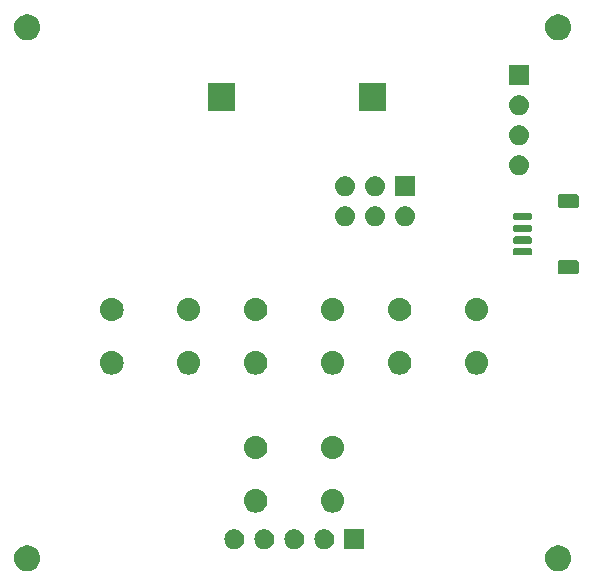
<source format=gbr>
%TF.GenerationSoftware,KiCad,Pcbnew,7.0.8*%
%TF.CreationDate,2024-01-15T19:45:52-06:00*%
%TF.ProjectId,remote,72656d6f-7465-42e6-9b69-6361645f7063,rev?*%
%TF.SameCoordinates,Original*%
%TF.FileFunction,Soldermask,Top*%
%TF.FilePolarity,Negative*%
%FSLAX46Y46*%
G04 Gerber Fmt 4.6, Leading zero omitted, Abs format (unit mm)*
G04 Created by KiCad (PCBNEW 7.0.8) date 2024-01-15 19:45:52*
%MOMM*%
%LPD*%
G01*
G04 APERTURE LIST*
G04 APERTURE END LIST*
G36*
X102917029Y-81999992D02*
G01*
X103106312Y-82073320D01*
X103278898Y-82180181D01*
X103428910Y-82316935D01*
X103551239Y-82478925D01*
X103641719Y-82660634D01*
X103697270Y-82855876D01*
X103716000Y-83058000D01*
X103697270Y-83260124D01*
X103641719Y-83455366D01*
X103551239Y-83637075D01*
X103428910Y-83799065D01*
X103278898Y-83935819D01*
X103106312Y-84042680D01*
X102917029Y-84116008D01*
X102717495Y-84153308D01*
X102514505Y-84153308D01*
X102314971Y-84116008D01*
X102125688Y-84042680D01*
X101953102Y-83935819D01*
X101803090Y-83799065D01*
X101680761Y-83637075D01*
X101590281Y-83455366D01*
X101534730Y-83260124D01*
X101516000Y-83058000D01*
X101534730Y-82855876D01*
X101590281Y-82660634D01*
X101680761Y-82478925D01*
X101803090Y-82316935D01*
X101953102Y-82180181D01*
X102125688Y-82073320D01*
X102314971Y-81999992D01*
X102514505Y-81962692D01*
X102717495Y-81962692D01*
X102917029Y-81999992D01*
G37*
G36*
X147875029Y-81999992D02*
G01*
X148064312Y-82073320D01*
X148236898Y-82180181D01*
X148386910Y-82316935D01*
X148509239Y-82478925D01*
X148599719Y-82660634D01*
X148655270Y-82855876D01*
X148674000Y-83058000D01*
X148655270Y-83260124D01*
X148599719Y-83455366D01*
X148509239Y-83637075D01*
X148386910Y-83799065D01*
X148236898Y-83935819D01*
X148064312Y-84042680D01*
X147875029Y-84116008D01*
X147675495Y-84153308D01*
X147472505Y-84153308D01*
X147272971Y-84116008D01*
X147083688Y-84042680D01*
X146911102Y-83935819D01*
X146761090Y-83799065D01*
X146638761Y-83637075D01*
X146548281Y-83455366D01*
X146492730Y-83260124D01*
X146474000Y-83058000D01*
X146492730Y-82855876D01*
X146548281Y-82660634D01*
X146638761Y-82478925D01*
X146761090Y-82316935D01*
X146911102Y-82180181D01*
X147083688Y-82073320D01*
X147272971Y-81999992D01*
X147472505Y-81962692D01*
X147675495Y-81962692D01*
X147875029Y-81999992D01*
G37*
G36*
X131172000Y-82302000D02*
G01*
X129472000Y-82302000D01*
X129472000Y-80602000D01*
X131172000Y-80602000D01*
X131172000Y-82302000D01*
G37*
G36*
X120424664Y-80643602D02*
G01*
X120587000Y-80715878D01*
X120730761Y-80820327D01*
X120849664Y-80952383D01*
X120938514Y-81106274D01*
X120993425Y-81275275D01*
X121012000Y-81452000D01*
X120993425Y-81628725D01*
X120938514Y-81797726D01*
X120849664Y-81951617D01*
X120730761Y-82083673D01*
X120587000Y-82188122D01*
X120424664Y-82260398D01*
X120250849Y-82297344D01*
X120073151Y-82297344D01*
X119899336Y-82260398D01*
X119737000Y-82188122D01*
X119593239Y-82083673D01*
X119474336Y-81951617D01*
X119385486Y-81797726D01*
X119330575Y-81628725D01*
X119312000Y-81452000D01*
X119330575Y-81275275D01*
X119385486Y-81106274D01*
X119474336Y-80952383D01*
X119593239Y-80820327D01*
X119737000Y-80715878D01*
X119899336Y-80643602D01*
X120073151Y-80606656D01*
X120250849Y-80606656D01*
X120424664Y-80643602D01*
G37*
G36*
X122964664Y-80643602D02*
G01*
X123127000Y-80715878D01*
X123270761Y-80820327D01*
X123389664Y-80952383D01*
X123478514Y-81106274D01*
X123533425Y-81275275D01*
X123552000Y-81452000D01*
X123533425Y-81628725D01*
X123478514Y-81797726D01*
X123389664Y-81951617D01*
X123270761Y-82083673D01*
X123127000Y-82188122D01*
X122964664Y-82260398D01*
X122790849Y-82297344D01*
X122613151Y-82297344D01*
X122439336Y-82260398D01*
X122277000Y-82188122D01*
X122133239Y-82083673D01*
X122014336Y-81951617D01*
X121925486Y-81797726D01*
X121870575Y-81628725D01*
X121852000Y-81452000D01*
X121870575Y-81275275D01*
X121925486Y-81106274D01*
X122014336Y-80952383D01*
X122133239Y-80820327D01*
X122277000Y-80715878D01*
X122439336Y-80643602D01*
X122613151Y-80606656D01*
X122790849Y-80606656D01*
X122964664Y-80643602D01*
G37*
G36*
X125504664Y-80643602D02*
G01*
X125667000Y-80715878D01*
X125810761Y-80820327D01*
X125929664Y-80952383D01*
X126018514Y-81106274D01*
X126073425Y-81275275D01*
X126092000Y-81452000D01*
X126073425Y-81628725D01*
X126018514Y-81797726D01*
X125929664Y-81951617D01*
X125810761Y-82083673D01*
X125667000Y-82188122D01*
X125504664Y-82260398D01*
X125330849Y-82297344D01*
X125153151Y-82297344D01*
X124979336Y-82260398D01*
X124817000Y-82188122D01*
X124673239Y-82083673D01*
X124554336Y-81951617D01*
X124465486Y-81797726D01*
X124410575Y-81628725D01*
X124392000Y-81452000D01*
X124410575Y-81275275D01*
X124465486Y-81106274D01*
X124554336Y-80952383D01*
X124673239Y-80820327D01*
X124817000Y-80715878D01*
X124979336Y-80643602D01*
X125153151Y-80606656D01*
X125330849Y-80606656D01*
X125504664Y-80643602D01*
G37*
G36*
X128044664Y-80643602D02*
G01*
X128207000Y-80715878D01*
X128350761Y-80820327D01*
X128469664Y-80952383D01*
X128558514Y-81106274D01*
X128613425Y-81275275D01*
X128632000Y-81452000D01*
X128613425Y-81628725D01*
X128558514Y-81797726D01*
X128469664Y-81951617D01*
X128350761Y-82083673D01*
X128207000Y-82188122D01*
X128044664Y-82260398D01*
X127870849Y-82297344D01*
X127693151Y-82297344D01*
X127519336Y-82260398D01*
X127357000Y-82188122D01*
X127213239Y-82083673D01*
X127094336Y-81951617D01*
X127005486Y-81797726D01*
X126950575Y-81628725D01*
X126932000Y-81452000D01*
X126950575Y-81275275D01*
X127005486Y-81106274D01*
X127094336Y-80952383D01*
X127213239Y-80820327D01*
X127357000Y-80715878D01*
X127519336Y-80643602D01*
X127693151Y-80606656D01*
X127870849Y-80606656D01*
X128044664Y-80643602D01*
G37*
G36*
X122162090Y-77215215D02*
G01*
X122349683Y-77272120D01*
X122522570Y-77364530D01*
X122674107Y-77488893D01*
X122798470Y-77640430D01*
X122890880Y-77813317D01*
X122947785Y-78000910D01*
X122967000Y-78196000D01*
X122947785Y-78391090D01*
X122890880Y-78578683D01*
X122798470Y-78751570D01*
X122674107Y-78903107D01*
X122522570Y-79027470D01*
X122349683Y-79119880D01*
X122162090Y-79176785D01*
X121967000Y-79196000D01*
X121771910Y-79176785D01*
X121584317Y-79119880D01*
X121411430Y-79027470D01*
X121259893Y-78903107D01*
X121135530Y-78751570D01*
X121043120Y-78578683D01*
X120986215Y-78391090D01*
X120967000Y-78196000D01*
X120986215Y-78000910D01*
X121043120Y-77813317D01*
X121135530Y-77640430D01*
X121259893Y-77488893D01*
X121411430Y-77364530D01*
X121584317Y-77272120D01*
X121771910Y-77215215D01*
X121967000Y-77196000D01*
X122162090Y-77215215D01*
G37*
G36*
X128662090Y-77215215D02*
G01*
X128849683Y-77272120D01*
X129022570Y-77364530D01*
X129174107Y-77488893D01*
X129298470Y-77640430D01*
X129390880Y-77813317D01*
X129447785Y-78000910D01*
X129467000Y-78196000D01*
X129447785Y-78391090D01*
X129390880Y-78578683D01*
X129298470Y-78751570D01*
X129174107Y-78903107D01*
X129022570Y-79027470D01*
X128849683Y-79119880D01*
X128662090Y-79176785D01*
X128467000Y-79196000D01*
X128271910Y-79176785D01*
X128084317Y-79119880D01*
X127911430Y-79027470D01*
X127759893Y-78903107D01*
X127635530Y-78751570D01*
X127543120Y-78578683D01*
X127486215Y-78391090D01*
X127467000Y-78196000D01*
X127486215Y-78000910D01*
X127543120Y-77813317D01*
X127635530Y-77640430D01*
X127759893Y-77488893D01*
X127911430Y-77364530D01*
X128084317Y-77272120D01*
X128271910Y-77215215D01*
X128467000Y-77196000D01*
X128662090Y-77215215D01*
G37*
G36*
X122162090Y-72715215D02*
G01*
X122349683Y-72772120D01*
X122522570Y-72864530D01*
X122674107Y-72988893D01*
X122798470Y-73140430D01*
X122890880Y-73313317D01*
X122947785Y-73500910D01*
X122967000Y-73696000D01*
X122947785Y-73891090D01*
X122890880Y-74078683D01*
X122798470Y-74251570D01*
X122674107Y-74403107D01*
X122522570Y-74527470D01*
X122349683Y-74619880D01*
X122162090Y-74676785D01*
X121967000Y-74696000D01*
X121771910Y-74676785D01*
X121584317Y-74619880D01*
X121411430Y-74527470D01*
X121259893Y-74403107D01*
X121135530Y-74251570D01*
X121043120Y-74078683D01*
X120986215Y-73891090D01*
X120967000Y-73696000D01*
X120986215Y-73500910D01*
X121043120Y-73313317D01*
X121135530Y-73140430D01*
X121259893Y-72988893D01*
X121411430Y-72864530D01*
X121584317Y-72772120D01*
X121771910Y-72715215D01*
X121967000Y-72696000D01*
X122162090Y-72715215D01*
G37*
G36*
X128662090Y-72715215D02*
G01*
X128849683Y-72772120D01*
X129022570Y-72864530D01*
X129174107Y-72988893D01*
X129298470Y-73140430D01*
X129390880Y-73313317D01*
X129447785Y-73500910D01*
X129467000Y-73696000D01*
X129447785Y-73891090D01*
X129390880Y-74078683D01*
X129298470Y-74251570D01*
X129174107Y-74403107D01*
X129022570Y-74527470D01*
X128849683Y-74619880D01*
X128662090Y-74676785D01*
X128467000Y-74696000D01*
X128271910Y-74676785D01*
X128084317Y-74619880D01*
X127911430Y-74527470D01*
X127759893Y-74403107D01*
X127635530Y-74251570D01*
X127543120Y-74078683D01*
X127486215Y-73891090D01*
X127467000Y-73696000D01*
X127486215Y-73500910D01*
X127543120Y-73313317D01*
X127635530Y-73140430D01*
X127759893Y-72988893D01*
X127911430Y-72864530D01*
X128084317Y-72772120D01*
X128271910Y-72715215D01*
X128467000Y-72696000D01*
X128662090Y-72715215D01*
G37*
G36*
X109975090Y-65531215D02*
G01*
X110162683Y-65588120D01*
X110335570Y-65680530D01*
X110487107Y-65804893D01*
X110611470Y-65956430D01*
X110703880Y-66129317D01*
X110760785Y-66316910D01*
X110780000Y-66512000D01*
X110760785Y-66707090D01*
X110703880Y-66894683D01*
X110611470Y-67067570D01*
X110487107Y-67219107D01*
X110335570Y-67343470D01*
X110162683Y-67435880D01*
X109975090Y-67492785D01*
X109780000Y-67512000D01*
X109584910Y-67492785D01*
X109397317Y-67435880D01*
X109224430Y-67343470D01*
X109072893Y-67219107D01*
X108948530Y-67067570D01*
X108856120Y-66894683D01*
X108799215Y-66707090D01*
X108780000Y-66512000D01*
X108799215Y-66316910D01*
X108856120Y-66129317D01*
X108948530Y-65956430D01*
X109072893Y-65804893D01*
X109224430Y-65680530D01*
X109397317Y-65588120D01*
X109584910Y-65531215D01*
X109780000Y-65512000D01*
X109975090Y-65531215D01*
G37*
G36*
X116475090Y-65531215D02*
G01*
X116662683Y-65588120D01*
X116835570Y-65680530D01*
X116987107Y-65804893D01*
X117111470Y-65956430D01*
X117203880Y-66129317D01*
X117260785Y-66316910D01*
X117280000Y-66512000D01*
X117260785Y-66707090D01*
X117203880Y-66894683D01*
X117111470Y-67067570D01*
X116987107Y-67219107D01*
X116835570Y-67343470D01*
X116662683Y-67435880D01*
X116475090Y-67492785D01*
X116280000Y-67512000D01*
X116084910Y-67492785D01*
X115897317Y-67435880D01*
X115724430Y-67343470D01*
X115572893Y-67219107D01*
X115448530Y-67067570D01*
X115356120Y-66894683D01*
X115299215Y-66707090D01*
X115280000Y-66512000D01*
X115299215Y-66316910D01*
X115356120Y-66129317D01*
X115448530Y-65956430D01*
X115572893Y-65804893D01*
X115724430Y-65680530D01*
X115897317Y-65588120D01*
X116084910Y-65531215D01*
X116280000Y-65512000D01*
X116475090Y-65531215D01*
G37*
G36*
X122162090Y-65531215D02*
G01*
X122349683Y-65588120D01*
X122522570Y-65680530D01*
X122674107Y-65804893D01*
X122798470Y-65956430D01*
X122890880Y-66129317D01*
X122947785Y-66316910D01*
X122967000Y-66512000D01*
X122947785Y-66707090D01*
X122890880Y-66894683D01*
X122798470Y-67067570D01*
X122674107Y-67219107D01*
X122522570Y-67343470D01*
X122349683Y-67435880D01*
X122162090Y-67492785D01*
X121967000Y-67512000D01*
X121771910Y-67492785D01*
X121584317Y-67435880D01*
X121411430Y-67343470D01*
X121259893Y-67219107D01*
X121135530Y-67067570D01*
X121043120Y-66894683D01*
X120986215Y-66707090D01*
X120967000Y-66512000D01*
X120986215Y-66316910D01*
X121043120Y-66129317D01*
X121135530Y-65956430D01*
X121259893Y-65804893D01*
X121411430Y-65680530D01*
X121584317Y-65588120D01*
X121771910Y-65531215D01*
X121967000Y-65512000D01*
X122162090Y-65531215D01*
G37*
G36*
X128662090Y-65531215D02*
G01*
X128849683Y-65588120D01*
X129022570Y-65680530D01*
X129174107Y-65804893D01*
X129298470Y-65956430D01*
X129390880Y-66129317D01*
X129447785Y-66316910D01*
X129467000Y-66512000D01*
X129447785Y-66707090D01*
X129390880Y-66894683D01*
X129298470Y-67067570D01*
X129174107Y-67219107D01*
X129022570Y-67343470D01*
X128849683Y-67435880D01*
X128662090Y-67492785D01*
X128467000Y-67512000D01*
X128271910Y-67492785D01*
X128084317Y-67435880D01*
X127911430Y-67343470D01*
X127759893Y-67219107D01*
X127635530Y-67067570D01*
X127543120Y-66894683D01*
X127486215Y-66707090D01*
X127467000Y-66512000D01*
X127486215Y-66316910D01*
X127543120Y-66129317D01*
X127635530Y-65956430D01*
X127759893Y-65804893D01*
X127911430Y-65680530D01*
X128084317Y-65588120D01*
X128271910Y-65531215D01*
X128467000Y-65512000D01*
X128662090Y-65531215D01*
G37*
G36*
X134354090Y-65531215D02*
G01*
X134541683Y-65588120D01*
X134714570Y-65680530D01*
X134866107Y-65804893D01*
X134990470Y-65956430D01*
X135082880Y-66129317D01*
X135139785Y-66316910D01*
X135159000Y-66512000D01*
X135139785Y-66707090D01*
X135082880Y-66894683D01*
X134990470Y-67067570D01*
X134866107Y-67219107D01*
X134714570Y-67343470D01*
X134541683Y-67435880D01*
X134354090Y-67492785D01*
X134159000Y-67512000D01*
X133963910Y-67492785D01*
X133776317Y-67435880D01*
X133603430Y-67343470D01*
X133451893Y-67219107D01*
X133327530Y-67067570D01*
X133235120Y-66894683D01*
X133178215Y-66707090D01*
X133159000Y-66512000D01*
X133178215Y-66316910D01*
X133235120Y-66129317D01*
X133327530Y-65956430D01*
X133451893Y-65804893D01*
X133603430Y-65680530D01*
X133776317Y-65588120D01*
X133963910Y-65531215D01*
X134159000Y-65512000D01*
X134354090Y-65531215D01*
G37*
G36*
X140854090Y-65531215D02*
G01*
X141041683Y-65588120D01*
X141214570Y-65680530D01*
X141366107Y-65804893D01*
X141490470Y-65956430D01*
X141582880Y-66129317D01*
X141639785Y-66316910D01*
X141659000Y-66512000D01*
X141639785Y-66707090D01*
X141582880Y-66894683D01*
X141490470Y-67067570D01*
X141366107Y-67219107D01*
X141214570Y-67343470D01*
X141041683Y-67435880D01*
X140854090Y-67492785D01*
X140659000Y-67512000D01*
X140463910Y-67492785D01*
X140276317Y-67435880D01*
X140103430Y-67343470D01*
X139951893Y-67219107D01*
X139827530Y-67067570D01*
X139735120Y-66894683D01*
X139678215Y-66707090D01*
X139659000Y-66512000D01*
X139678215Y-66316910D01*
X139735120Y-66129317D01*
X139827530Y-65956430D01*
X139951893Y-65804893D01*
X140103430Y-65680530D01*
X140276317Y-65588120D01*
X140463910Y-65531215D01*
X140659000Y-65512000D01*
X140854090Y-65531215D01*
G37*
G36*
X109975090Y-61031215D02*
G01*
X110162683Y-61088120D01*
X110335570Y-61180530D01*
X110487107Y-61304893D01*
X110611470Y-61456430D01*
X110703880Y-61629317D01*
X110760785Y-61816910D01*
X110780000Y-62012000D01*
X110760785Y-62207090D01*
X110703880Y-62394683D01*
X110611470Y-62567570D01*
X110487107Y-62719107D01*
X110335570Y-62843470D01*
X110162683Y-62935880D01*
X109975090Y-62992785D01*
X109780000Y-63012000D01*
X109584910Y-62992785D01*
X109397317Y-62935880D01*
X109224430Y-62843470D01*
X109072893Y-62719107D01*
X108948530Y-62567570D01*
X108856120Y-62394683D01*
X108799215Y-62207090D01*
X108780000Y-62012000D01*
X108799215Y-61816910D01*
X108856120Y-61629317D01*
X108948530Y-61456430D01*
X109072893Y-61304893D01*
X109224430Y-61180530D01*
X109397317Y-61088120D01*
X109584910Y-61031215D01*
X109780000Y-61012000D01*
X109975090Y-61031215D01*
G37*
G36*
X116475090Y-61031215D02*
G01*
X116662683Y-61088120D01*
X116835570Y-61180530D01*
X116987107Y-61304893D01*
X117111470Y-61456430D01*
X117203880Y-61629317D01*
X117260785Y-61816910D01*
X117280000Y-62012000D01*
X117260785Y-62207090D01*
X117203880Y-62394683D01*
X117111470Y-62567570D01*
X116987107Y-62719107D01*
X116835570Y-62843470D01*
X116662683Y-62935880D01*
X116475090Y-62992785D01*
X116280000Y-63012000D01*
X116084910Y-62992785D01*
X115897317Y-62935880D01*
X115724430Y-62843470D01*
X115572893Y-62719107D01*
X115448530Y-62567570D01*
X115356120Y-62394683D01*
X115299215Y-62207090D01*
X115280000Y-62012000D01*
X115299215Y-61816910D01*
X115356120Y-61629317D01*
X115448530Y-61456430D01*
X115572893Y-61304893D01*
X115724430Y-61180530D01*
X115897317Y-61088120D01*
X116084910Y-61031215D01*
X116280000Y-61012000D01*
X116475090Y-61031215D01*
G37*
G36*
X122162090Y-61031215D02*
G01*
X122349683Y-61088120D01*
X122522570Y-61180530D01*
X122674107Y-61304893D01*
X122798470Y-61456430D01*
X122890880Y-61629317D01*
X122947785Y-61816910D01*
X122967000Y-62012000D01*
X122947785Y-62207090D01*
X122890880Y-62394683D01*
X122798470Y-62567570D01*
X122674107Y-62719107D01*
X122522570Y-62843470D01*
X122349683Y-62935880D01*
X122162090Y-62992785D01*
X121967000Y-63012000D01*
X121771910Y-62992785D01*
X121584317Y-62935880D01*
X121411430Y-62843470D01*
X121259893Y-62719107D01*
X121135530Y-62567570D01*
X121043120Y-62394683D01*
X120986215Y-62207090D01*
X120967000Y-62012000D01*
X120986215Y-61816910D01*
X121043120Y-61629317D01*
X121135530Y-61456430D01*
X121259893Y-61304893D01*
X121411430Y-61180530D01*
X121584317Y-61088120D01*
X121771910Y-61031215D01*
X121967000Y-61012000D01*
X122162090Y-61031215D01*
G37*
G36*
X128662090Y-61031215D02*
G01*
X128849683Y-61088120D01*
X129022570Y-61180530D01*
X129174107Y-61304893D01*
X129298470Y-61456430D01*
X129390880Y-61629317D01*
X129447785Y-61816910D01*
X129467000Y-62012000D01*
X129447785Y-62207090D01*
X129390880Y-62394683D01*
X129298470Y-62567570D01*
X129174107Y-62719107D01*
X129022570Y-62843470D01*
X128849683Y-62935880D01*
X128662090Y-62992785D01*
X128467000Y-63012000D01*
X128271910Y-62992785D01*
X128084317Y-62935880D01*
X127911430Y-62843470D01*
X127759893Y-62719107D01*
X127635530Y-62567570D01*
X127543120Y-62394683D01*
X127486215Y-62207090D01*
X127467000Y-62012000D01*
X127486215Y-61816910D01*
X127543120Y-61629317D01*
X127635530Y-61456430D01*
X127759893Y-61304893D01*
X127911430Y-61180530D01*
X128084317Y-61088120D01*
X128271910Y-61031215D01*
X128467000Y-61012000D01*
X128662090Y-61031215D01*
G37*
G36*
X134354090Y-61031215D02*
G01*
X134541683Y-61088120D01*
X134714570Y-61180530D01*
X134866107Y-61304893D01*
X134990470Y-61456430D01*
X135082880Y-61629317D01*
X135139785Y-61816910D01*
X135159000Y-62012000D01*
X135139785Y-62207090D01*
X135082880Y-62394683D01*
X134990470Y-62567570D01*
X134866107Y-62719107D01*
X134714570Y-62843470D01*
X134541683Y-62935880D01*
X134354090Y-62992785D01*
X134159000Y-63012000D01*
X133963910Y-62992785D01*
X133776317Y-62935880D01*
X133603430Y-62843470D01*
X133451893Y-62719107D01*
X133327530Y-62567570D01*
X133235120Y-62394683D01*
X133178215Y-62207090D01*
X133159000Y-62012000D01*
X133178215Y-61816910D01*
X133235120Y-61629317D01*
X133327530Y-61456430D01*
X133451893Y-61304893D01*
X133603430Y-61180530D01*
X133776317Y-61088120D01*
X133963910Y-61031215D01*
X134159000Y-61012000D01*
X134354090Y-61031215D01*
G37*
G36*
X140854090Y-61031215D02*
G01*
X141041683Y-61088120D01*
X141214570Y-61180530D01*
X141366107Y-61304893D01*
X141490470Y-61456430D01*
X141582880Y-61629317D01*
X141639785Y-61816910D01*
X141659000Y-62012000D01*
X141639785Y-62207090D01*
X141582880Y-62394683D01*
X141490470Y-62567570D01*
X141366107Y-62719107D01*
X141214570Y-62843470D01*
X141041683Y-62935880D01*
X140854090Y-62992785D01*
X140659000Y-63012000D01*
X140463910Y-62992785D01*
X140276317Y-62935880D01*
X140103430Y-62843470D01*
X139951893Y-62719107D01*
X139827530Y-62567570D01*
X139735120Y-62394683D01*
X139678215Y-62207090D01*
X139659000Y-62012000D01*
X139678215Y-61816910D01*
X139735120Y-61629317D01*
X139827530Y-61456430D01*
X139951893Y-61304893D01*
X140103430Y-61180530D01*
X140276317Y-61088120D01*
X140463910Y-61031215D01*
X140659000Y-61012000D01*
X140854090Y-61031215D01*
G37*
G36*
X149087850Y-57826964D02*
G01*
X149138040Y-57832787D01*
X149155189Y-57840359D01*
X149178671Y-57845030D01*
X149203810Y-57861827D01*
X149223696Y-57870608D01*
X149237277Y-57884189D01*
X149259777Y-57899223D01*
X149274810Y-57921722D01*
X149288391Y-57935303D01*
X149297170Y-57955186D01*
X149313970Y-57980329D01*
X149318641Y-58003812D01*
X149326212Y-58020959D01*
X149332033Y-58071139D01*
X149333000Y-58076000D01*
X149333000Y-58776000D01*
X149332032Y-58780863D01*
X149326212Y-58831040D01*
X149318641Y-58848185D01*
X149313970Y-58871671D01*
X149297169Y-58896815D01*
X149288391Y-58916696D01*
X149274812Y-58930274D01*
X149259777Y-58952777D01*
X149237274Y-58967812D01*
X149223696Y-58981391D01*
X149203815Y-58990169D01*
X149178671Y-59006970D01*
X149155185Y-59011641D01*
X149138040Y-59019212D01*
X149087861Y-59025032D01*
X149083000Y-59026000D01*
X147783000Y-59026000D01*
X147778138Y-59025032D01*
X147727959Y-59019212D01*
X147710812Y-59011641D01*
X147687329Y-59006970D01*
X147662186Y-58990170D01*
X147642303Y-58981391D01*
X147628722Y-58967810D01*
X147606223Y-58952777D01*
X147591189Y-58930277D01*
X147577608Y-58916696D01*
X147568827Y-58896810D01*
X147552030Y-58871671D01*
X147547359Y-58848189D01*
X147539787Y-58831040D01*
X147533964Y-58780849D01*
X147533000Y-58776000D01*
X147533000Y-58076000D01*
X147533964Y-58071150D01*
X147539787Y-58020959D01*
X147547359Y-58003808D01*
X147552030Y-57980329D01*
X147568826Y-57955191D01*
X147577608Y-57935303D01*
X147591191Y-57921719D01*
X147606223Y-57899223D01*
X147628719Y-57884191D01*
X147642303Y-57870608D01*
X147662191Y-57861826D01*
X147687329Y-57845030D01*
X147710808Y-57840359D01*
X147727959Y-57832787D01*
X147778151Y-57826964D01*
X147783000Y-57826000D01*
X149083000Y-57826000D01*
X149087850Y-57826964D01*
G37*
G36*
X145240403Y-56837418D02*
G01*
X145289066Y-56869934D01*
X145321582Y-56918597D01*
X145333000Y-56976000D01*
X145333000Y-57276000D01*
X145321582Y-57333403D01*
X145289066Y-57382066D01*
X145240403Y-57414582D01*
X145183000Y-57426000D01*
X143933000Y-57426000D01*
X143875597Y-57414582D01*
X143826934Y-57382066D01*
X143794418Y-57333403D01*
X143783000Y-57276000D01*
X143783000Y-56976000D01*
X143794418Y-56918597D01*
X143826934Y-56869934D01*
X143875597Y-56837418D01*
X143933000Y-56826000D01*
X145183000Y-56826000D01*
X145240403Y-56837418D01*
G37*
G36*
X145240403Y-55837418D02*
G01*
X145289066Y-55869934D01*
X145321582Y-55918597D01*
X145333000Y-55976000D01*
X145333000Y-56276000D01*
X145321582Y-56333403D01*
X145289066Y-56382066D01*
X145240403Y-56414582D01*
X145183000Y-56426000D01*
X143933000Y-56426000D01*
X143875597Y-56414582D01*
X143826934Y-56382066D01*
X143794418Y-56333403D01*
X143783000Y-56276000D01*
X143783000Y-55976000D01*
X143794418Y-55918597D01*
X143826934Y-55869934D01*
X143875597Y-55837418D01*
X143933000Y-55826000D01*
X145183000Y-55826000D01*
X145240403Y-55837418D01*
G37*
G36*
X145240403Y-54837418D02*
G01*
X145289066Y-54869934D01*
X145321582Y-54918597D01*
X145333000Y-54976000D01*
X145333000Y-55276000D01*
X145321582Y-55333403D01*
X145289066Y-55382066D01*
X145240403Y-55414582D01*
X145183000Y-55426000D01*
X143933000Y-55426000D01*
X143875597Y-55414582D01*
X143826934Y-55382066D01*
X143794418Y-55333403D01*
X143783000Y-55276000D01*
X143783000Y-54976000D01*
X143794418Y-54918597D01*
X143826934Y-54869934D01*
X143875597Y-54837418D01*
X143933000Y-54826000D01*
X145183000Y-54826000D01*
X145240403Y-54837418D01*
G37*
G36*
X129787664Y-53288602D02*
G01*
X129950000Y-53360878D01*
X130093761Y-53465327D01*
X130212664Y-53597383D01*
X130301514Y-53751274D01*
X130356425Y-53920275D01*
X130375000Y-54097000D01*
X130356425Y-54273725D01*
X130301514Y-54442726D01*
X130212664Y-54596617D01*
X130093761Y-54728673D01*
X129950000Y-54833122D01*
X129787664Y-54905398D01*
X129613849Y-54942344D01*
X129436151Y-54942344D01*
X129262336Y-54905398D01*
X129100000Y-54833122D01*
X128956239Y-54728673D01*
X128837336Y-54596617D01*
X128748486Y-54442726D01*
X128693575Y-54273725D01*
X128675000Y-54097000D01*
X128693575Y-53920275D01*
X128748486Y-53751274D01*
X128837336Y-53597383D01*
X128956239Y-53465327D01*
X129100000Y-53360878D01*
X129262336Y-53288602D01*
X129436151Y-53251656D01*
X129613849Y-53251656D01*
X129787664Y-53288602D01*
G37*
G36*
X132327664Y-53288602D02*
G01*
X132490000Y-53360878D01*
X132633761Y-53465327D01*
X132752664Y-53597383D01*
X132841514Y-53751274D01*
X132896425Y-53920275D01*
X132915000Y-54097000D01*
X132896425Y-54273725D01*
X132841514Y-54442726D01*
X132752664Y-54596617D01*
X132633761Y-54728673D01*
X132490000Y-54833122D01*
X132327664Y-54905398D01*
X132153849Y-54942344D01*
X131976151Y-54942344D01*
X131802336Y-54905398D01*
X131640000Y-54833122D01*
X131496239Y-54728673D01*
X131377336Y-54596617D01*
X131288486Y-54442726D01*
X131233575Y-54273725D01*
X131215000Y-54097000D01*
X131233575Y-53920275D01*
X131288486Y-53751274D01*
X131377336Y-53597383D01*
X131496239Y-53465327D01*
X131640000Y-53360878D01*
X131802336Y-53288602D01*
X131976151Y-53251656D01*
X132153849Y-53251656D01*
X132327664Y-53288602D01*
G37*
G36*
X134867664Y-53288602D02*
G01*
X135030000Y-53360878D01*
X135173761Y-53465327D01*
X135292664Y-53597383D01*
X135381514Y-53751274D01*
X135436425Y-53920275D01*
X135455000Y-54097000D01*
X135436425Y-54273725D01*
X135381514Y-54442726D01*
X135292664Y-54596617D01*
X135173761Y-54728673D01*
X135030000Y-54833122D01*
X134867664Y-54905398D01*
X134693849Y-54942344D01*
X134516151Y-54942344D01*
X134342336Y-54905398D01*
X134180000Y-54833122D01*
X134036239Y-54728673D01*
X133917336Y-54596617D01*
X133828486Y-54442726D01*
X133773575Y-54273725D01*
X133755000Y-54097000D01*
X133773575Y-53920275D01*
X133828486Y-53751274D01*
X133917336Y-53597383D01*
X134036239Y-53465327D01*
X134180000Y-53360878D01*
X134342336Y-53288602D01*
X134516151Y-53251656D01*
X134693849Y-53251656D01*
X134867664Y-53288602D01*
G37*
G36*
X145240403Y-53837418D02*
G01*
X145289066Y-53869934D01*
X145321582Y-53918597D01*
X145333000Y-53976000D01*
X145333000Y-54276000D01*
X145321582Y-54333403D01*
X145289066Y-54382066D01*
X145240403Y-54414582D01*
X145183000Y-54426000D01*
X143933000Y-54426000D01*
X143875597Y-54414582D01*
X143826934Y-54382066D01*
X143794418Y-54333403D01*
X143783000Y-54276000D01*
X143783000Y-53976000D01*
X143794418Y-53918597D01*
X143826934Y-53869934D01*
X143875597Y-53837418D01*
X143933000Y-53826000D01*
X145183000Y-53826000D01*
X145240403Y-53837418D01*
G37*
G36*
X149087850Y-52226964D02*
G01*
X149138040Y-52232787D01*
X149155189Y-52240359D01*
X149178671Y-52245030D01*
X149203810Y-52261827D01*
X149223696Y-52270608D01*
X149237277Y-52284189D01*
X149259777Y-52299223D01*
X149274810Y-52321722D01*
X149288391Y-52335303D01*
X149297170Y-52355186D01*
X149313970Y-52380329D01*
X149318641Y-52403812D01*
X149326212Y-52420959D01*
X149332033Y-52471139D01*
X149333000Y-52476000D01*
X149333000Y-53176000D01*
X149332032Y-53180863D01*
X149326212Y-53231040D01*
X149318641Y-53248185D01*
X149313970Y-53271671D01*
X149297169Y-53296815D01*
X149288391Y-53316696D01*
X149274812Y-53330274D01*
X149259777Y-53352777D01*
X149237274Y-53367812D01*
X149223696Y-53381391D01*
X149203815Y-53390169D01*
X149178671Y-53406970D01*
X149155185Y-53411641D01*
X149138040Y-53419212D01*
X149087861Y-53425032D01*
X149083000Y-53426000D01*
X147783000Y-53426000D01*
X147778138Y-53425032D01*
X147727959Y-53419212D01*
X147710812Y-53411641D01*
X147687329Y-53406970D01*
X147662186Y-53390170D01*
X147642303Y-53381391D01*
X147628722Y-53367810D01*
X147606223Y-53352777D01*
X147591189Y-53330277D01*
X147577608Y-53316696D01*
X147568827Y-53296810D01*
X147552030Y-53271671D01*
X147547359Y-53248189D01*
X147539787Y-53231040D01*
X147533964Y-53180849D01*
X147533000Y-53176000D01*
X147533000Y-52476000D01*
X147533964Y-52471150D01*
X147539787Y-52420959D01*
X147547359Y-52403808D01*
X147552030Y-52380329D01*
X147568826Y-52355191D01*
X147577608Y-52335303D01*
X147591191Y-52321719D01*
X147606223Y-52299223D01*
X147628719Y-52284191D01*
X147642303Y-52270608D01*
X147662191Y-52261826D01*
X147687329Y-52245030D01*
X147710808Y-52240359D01*
X147727959Y-52232787D01*
X147778151Y-52226964D01*
X147783000Y-52226000D01*
X149083000Y-52226000D01*
X149087850Y-52226964D01*
G37*
G36*
X135455000Y-52407000D02*
G01*
X133755000Y-52407000D01*
X133755000Y-50707000D01*
X135455000Y-50707000D01*
X135455000Y-52407000D01*
G37*
G36*
X129787664Y-50748602D02*
G01*
X129950000Y-50820878D01*
X130093761Y-50925327D01*
X130212664Y-51057383D01*
X130301514Y-51211274D01*
X130356425Y-51380275D01*
X130375000Y-51557000D01*
X130356425Y-51733725D01*
X130301514Y-51902726D01*
X130212664Y-52056617D01*
X130093761Y-52188673D01*
X129950000Y-52293122D01*
X129787664Y-52365398D01*
X129613849Y-52402344D01*
X129436151Y-52402344D01*
X129262336Y-52365398D01*
X129100000Y-52293122D01*
X128956239Y-52188673D01*
X128837336Y-52056617D01*
X128748486Y-51902726D01*
X128693575Y-51733725D01*
X128675000Y-51557000D01*
X128693575Y-51380275D01*
X128748486Y-51211274D01*
X128837336Y-51057383D01*
X128956239Y-50925327D01*
X129100000Y-50820878D01*
X129262336Y-50748602D01*
X129436151Y-50711656D01*
X129613849Y-50711656D01*
X129787664Y-50748602D01*
G37*
G36*
X132327664Y-50748602D02*
G01*
X132490000Y-50820878D01*
X132633761Y-50925327D01*
X132752664Y-51057383D01*
X132841514Y-51211274D01*
X132896425Y-51380275D01*
X132915000Y-51557000D01*
X132896425Y-51733725D01*
X132841514Y-51902726D01*
X132752664Y-52056617D01*
X132633761Y-52188673D01*
X132490000Y-52293122D01*
X132327664Y-52365398D01*
X132153849Y-52402344D01*
X131976151Y-52402344D01*
X131802336Y-52365398D01*
X131640000Y-52293122D01*
X131496239Y-52188673D01*
X131377336Y-52056617D01*
X131288486Y-51902726D01*
X131233575Y-51733725D01*
X131215000Y-51557000D01*
X131233575Y-51380275D01*
X131288486Y-51211274D01*
X131377336Y-51057383D01*
X131496239Y-50925327D01*
X131640000Y-50820878D01*
X131802336Y-50748602D01*
X131976151Y-50711656D01*
X132153849Y-50711656D01*
X132327664Y-50748602D01*
G37*
G36*
X144534664Y-48975602D02*
G01*
X144697000Y-49047878D01*
X144840761Y-49152327D01*
X144959664Y-49284383D01*
X145048514Y-49438274D01*
X145103425Y-49607275D01*
X145122000Y-49784000D01*
X145103425Y-49960725D01*
X145048514Y-50129726D01*
X144959664Y-50283617D01*
X144840761Y-50415673D01*
X144697000Y-50520122D01*
X144534664Y-50592398D01*
X144360849Y-50629344D01*
X144183151Y-50629344D01*
X144009336Y-50592398D01*
X143847000Y-50520122D01*
X143703239Y-50415673D01*
X143584336Y-50283617D01*
X143495486Y-50129726D01*
X143440575Y-49960725D01*
X143422000Y-49784000D01*
X143440575Y-49607275D01*
X143495486Y-49438274D01*
X143584336Y-49284383D01*
X143703239Y-49152327D01*
X143847000Y-49047878D01*
X144009336Y-48975602D01*
X144183151Y-48938656D01*
X144360849Y-48938656D01*
X144534664Y-48975602D01*
G37*
G36*
X144534664Y-46435602D02*
G01*
X144697000Y-46507878D01*
X144840761Y-46612327D01*
X144959664Y-46744383D01*
X145048514Y-46898274D01*
X145103425Y-47067275D01*
X145122000Y-47244000D01*
X145103425Y-47420725D01*
X145048514Y-47589726D01*
X144959664Y-47743617D01*
X144840761Y-47875673D01*
X144697000Y-47980122D01*
X144534664Y-48052398D01*
X144360849Y-48089344D01*
X144183151Y-48089344D01*
X144009336Y-48052398D01*
X143847000Y-47980122D01*
X143703239Y-47875673D01*
X143584336Y-47743617D01*
X143495486Y-47589726D01*
X143440575Y-47420725D01*
X143422000Y-47244000D01*
X143440575Y-47067275D01*
X143495486Y-46898274D01*
X143584336Y-46744383D01*
X143703239Y-46612327D01*
X143847000Y-46507878D01*
X144009336Y-46435602D01*
X144183151Y-46398656D01*
X144360849Y-46398656D01*
X144534664Y-46435602D01*
G37*
G36*
X144534664Y-43895602D02*
G01*
X144697000Y-43967878D01*
X144840761Y-44072327D01*
X144959664Y-44204383D01*
X145048514Y-44358274D01*
X145103425Y-44527275D01*
X145122000Y-44704000D01*
X145103425Y-44880725D01*
X145048514Y-45049726D01*
X144959664Y-45203617D01*
X144840761Y-45335673D01*
X144697000Y-45440122D01*
X144534664Y-45512398D01*
X144360849Y-45549344D01*
X144183151Y-45549344D01*
X144009336Y-45512398D01*
X143847000Y-45440122D01*
X143703239Y-45335673D01*
X143584336Y-45203617D01*
X143495486Y-45049726D01*
X143440575Y-44880725D01*
X143422000Y-44704000D01*
X143440575Y-44527275D01*
X143495486Y-44358274D01*
X143584336Y-44204383D01*
X143703239Y-44072327D01*
X143847000Y-43967878D01*
X144009336Y-43895602D01*
X144183151Y-43858656D01*
X144360849Y-43858656D01*
X144534664Y-43895602D01*
G37*
G36*
X120248000Y-45172000D02*
G01*
X117948000Y-45172000D01*
X117948000Y-42872000D01*
X120248000Y-42872000D01*
X120248000Y-45172000D01*
G37*
G36*
X132988000Y-45172000D02*
G01*
X130688000Y-45172000D01*
X130688000Y-42872000D01*
X132988000Y-42872000D01*
X132988000Y-45172000D01*
G37*
G36*
X145122000Y-43014000D02*
G01*
X143422000Y-43014000D01*
X143422000Y-41314000D01*
X145122000Y-41314000D01*
X145122000Y-43014000D01*
G37*
G36*
X102917029Y-37041992D02*
G01*
X103106312Y-37115320D01*
X103278898Y-37222181D01*
X103428910Y-37358935D01*
X103551239Y-37520925D01*
X103641719Y-37702634D01*
X103697270Y-37897876D01*
X103716000Y-38100000D01*
X103697270Y-38302124D01*
X103641719Y-38497366D01*
X103551239Y-38679075D01*
X103428910Y-38841065D01*
X103278898Y-38977819D01*
X103106312Y-39084680D01*
X102917029Y-39158008D01*
X102717495Y-39195308D01*
X102514505Y-39195308D01*
X102314971Y-39158008D01*
X102125688Y-39084680D01*
X101953102Y-38977819D01*
X101803090Y-38841065D01*
X101680761Y-38679075D01*
X101590281Y-38497366D01*
X101534730Y-38302124D01*
X101516000Y-38100000D01*
X101534730Y-37897876D01*
X101590281Y-37702634D01*
X101680761Y-37520925D01*
X101803090Y-37358935D01*
X101953102Y-37222181D01*
X102125688Y-37115320D01*
X102314971Y-37041992D01*
X102514505Y-37004692D01*
X102717495Y-37004692D01*
X102917029Y-37041992D01*
G37*
G36*
X147875029Y-37041992D02*
G01*
X148064312Y-37115320D01*
X148236898Y-37222181D01*
X148386910Y-37358935D01*
X148509239Y-37520925D01*
X148599719Y-37702634D01*
X148655270Y-37897876D01*
X148674000Y-38100000D01*
X148655270Y-38302124D01*
X148599719Y-38497366D01*
X148509239Y-38679075D01*
X148386910Y-38841065D01*
X148236898Y-38977819D01*
X148064312Y-39084680D01*
X147875029Y-39158008D01*
X147675495Y-39195308D01*
X147472505Y-39195308D01*
X147272971Y-39158008D01*
X147083688Y-39084680D01*
X146911102Y-38977819D01*
X146761090Y-38841065D01*
X146638761Y-38679075D01*
X146548281Y-38497366D01*
X146492730Y-38302124D01*
X146474000Y-38100000D01*
X146492730Y-37897876D01*
X146548281Y-37702634D01*
X146638761Y-37520925D01*
X146761090Y-37358935D01*
X146911102Y-37222181D01*
X147083688Y-37115320D01*
X147272971Y-37041992D01*
X147472505Y-37004692D01*
X147675495Y-37004692D01*
X147875029Y-37041992D01*
G37*
M02*

</source>
